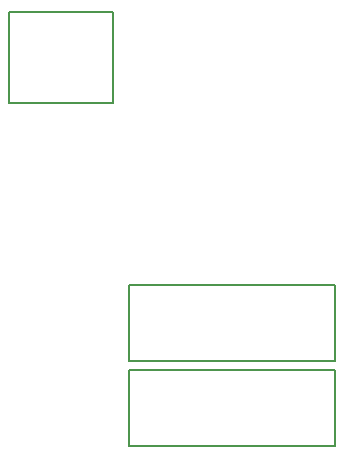
<source format=gbr>
%TF.GenerationSoftware,Altium Limited,Altium Designer,22.7.1 (60)*%
G04 Layer_Color=8388736*
%FSLAX45Y45*%
%MOMM*%
%TF.SameCoordinates,2E8CAF61-F9F5-4988-A97D-765C0E49F6B8*%
%TF.FilePolarity,Positive*%
%TF.FileFunction,Other,Top_3D_Body*%
%TF.Part,Single*%
G01*
G75*
%TA.AperFunction,NonConductor*%
%ADD39C,0.20000*%
D39*
X-455901Y2119300D02*
X-455900Y2889300D01*
X-455901Y2119300D02*
X424100D01*
Y2889300D01*
X-455900Y2889300D02*
X424100Y2889300D01*
X553316Y-144924D02*
X2303316Y-144924D01*
X2303315Y-784925D02*
X2303316Y-144924D01*
X553316Y-784924D02*
X2303315Y-784925D01*
X553316Y-784924D02*
Y-144924D01*
X553316Y-62610D02*
X2303316Y-62609D01*
X553316Y577391D02*
X553316Y-62610D01*
X553316Y577391D02*
X2303316D01*
X2303316Y-62609D01*
%TF.MD5,c827b5116f7e1a56d411497ba0b98fb4*%
M02*

</source>
